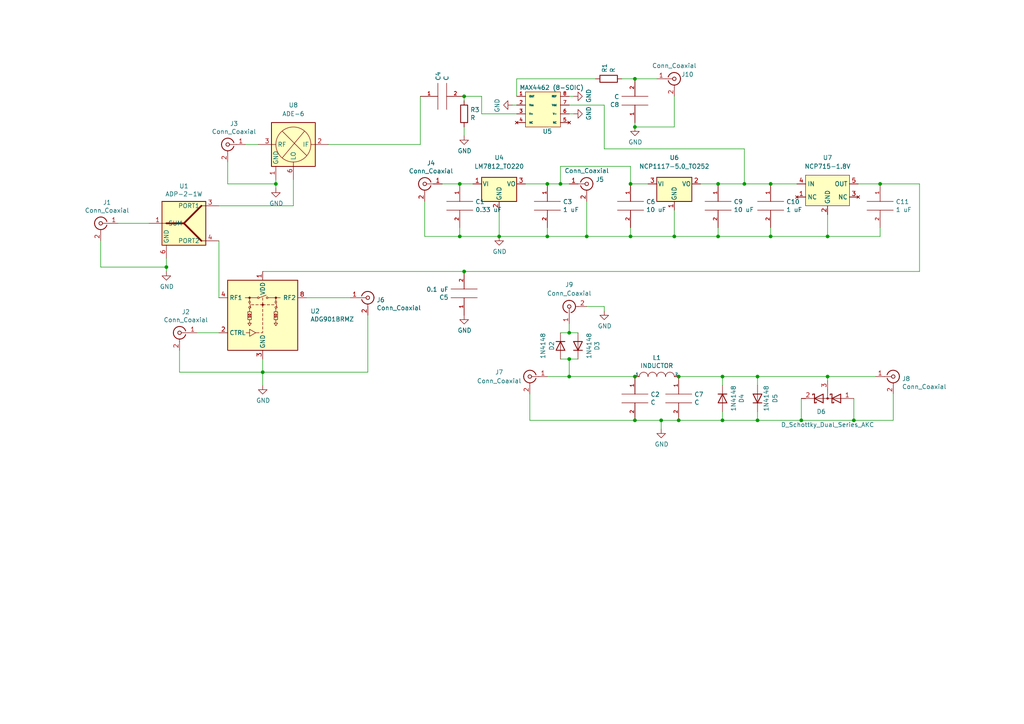
<source format=kicad_sch>
(kicad_sch (version 20211123) (generator eeschema)
  (paper "A4")
  (lib_symbols
    (symbol "Connector:Conn_Coaxial" (pin_names (offset 1.016) hide)
      (property "Reference" "J" (at 0.254 3.048 0))
      (property "Value" "Conn_Coaxial" (at 2.921 0 90))
      (symbol "Conn_Coaxial_0_1"
        (arc (start -1.778 -0.508) (mid 0.222 -1.808) (end 1.778 0) (stroke (width 0.254)))
        (polyline (pts (xy -2.54 0) (xy -0.508 0)))
        (polyline (pts (xy 0 -2.54) (xy 0 -1.778)))
        (circle (center 0 0) (radius 0.508) (stroke (width 0.2032)))
        (arc (start 1.778 0) (mid 0.222 1.8083) (end -1.778 0.508) (stroke (width 0.254)))
      )
      (symbol "Conn_Coaxial_1_1"
        (pin passive line (at -5.08 0 0) (length 2.54) (name "In") (number "1"))
        (pin passive line (at 0 -5.08 90) (length 2.54) (name "Ext") (number "2"))
      )
    )
    (symbol "Device:D_Schottky_Dual_Series_AKC" (pin_names (offset 0.762) hide)
      (property "Reference" "D" (at 1.27 -2.54 0))
      (property "Value" "D_Schottky_Dual_Series_AKC" (at 0 2.54 0))
      (symbol "D_Schottky_Dual_Series_AKC_0_1"
        (polyline (pts (xy -3.81 0) (xy 3.81 0)))
        (polyline (pts (xy 0 0) (xy 0 -2.54)))
        (polyline (pts (xy 6.35 0) (xy 7.62 0)))
        (polyline (pts (xy -1.27 -1.27) (xy -1.27 1.27) (xy -1.27 1.27)) (stroke (width 0.254)))
        (polyline (pts (xy 3.81 1.27) (xy 3.81 -1.27) (xy 3.81 -1.27)) (stroke (width 0.254)))
        (polyline (pts (xy -1.27 -1.27) (xy -0.762 -1.27) (xy -0.762 -1.016) (xy -0.762 -1.016)) (stroke (width 0.254)))
        (polyline (pts (xy 3.81 -1.27) (xy 4.318 -1.27) (xy 4.318 -1.016) (xy 4.318 -1.016)) (stroke (width 0.254)))
        (polyline (pts (xy 3.81 1.27) (xy 3.302 1.27) (xy 3.302 1.016) (xy 3.302 1.016)) (stroke (width 0.254)))
        (polyline (pts (xy -1.778 1.016) (xy -1.778 1.27) (xy -1.27 1.27) (xy -1.27 1.27) (xy -1.27 1.27)) (stroke (width 0.254)))
        (polyline (pts (xy -3.81 1.27) (xy -1.27 0) (xy -3.81 -1.27) (xy -3.81 1.27) (xy -3.81 1.27) (xy -3.81 1.27)) (stroke (width 0.254)))
        (polyline (pts (xy 1.27 1.27) (xy 3.81 0) (xy 1.27 -1.27) (xy 1.27 1.27) (xy 1.27 1.27) (xy 1.27 1.27)) (stroke (width 0.254)))
        (circle (center 0 0) (radius 0.254) (fill (type outline)))
        (pin passive line (at -7.62 0 0) (length 3.81) (name "A") (number "1"))
        (pin passive line (at 7.62 0 180) (length 3.81) (name "K") (number "2"))
        (pin passive line (at 0 -5.08 90) (length 2.54) (name "common") (number "3"))
      )
    )
    (symbol "Device:R" (pin_numbers hide) (pin_names (offset 0))
      (property "Reference" "R" (at 2.032 0 90))
      (property "Value" "R" (at 0 0 90))
      (symbol "R_0_1"
        (rectangle (start -1.016 -2.54) (end 1.016 2.54) (stroke (width 0.254)))
      )
      (symbol "R_1_1"
        (pin passive line (at 0 3.81 270) (length 1.27) (name "~") (number "1"))
        (pin passive line (at 0 -3.81 90) (length 1.27) (name "~") (number "2"))
      )
    )
    (symbol "Diode:1N4148" (pin_numbers hide) (pin_names (offset 1.016) hide)
      (property "Reference" "D" (at 0 2.54 0))
      (property "Value" "1N4148" (at 0 -2.54 0))
      (symbol "1N4148_0_1"
        (polyline (pts (xy -1.27 1.27) (xy -1.27 -1.27)) (stroke (width 0.254)))
        (polyline (pts (xy 1.27 0) (xy -1.27 0)))
        (polyline (pts (xy 1.27 1.27) (xy 1.27 -1.27) (xy -1.27 0) (xy 1.27 1.27)) (stroke (width 0.254)))
      )
      (symbol "1N4148_1_1"
        (pin passive line (at -3.81 0 0) (length 2.54) (name "K") (number "1"))
        (pin passive line (at 3.81 0 180) (length 2.54) (name "A") (number "2"))
      )
    )
    (symbol "MAX4462 Amplifier:MAX4462 (8-SOIC)" (pin_names (offset 1.016))
      (property "Reference" "U" (at 0 -6.35 0))
      (property "Value" "MAX4462 (8-SOIC)" (at 0 7.62 0))
      (symbol "MAX4462 (8-SOIC)_0_1"
        (rectangle (start -5.08 5.08) (end 5.08 -5.08) (fill (type background)))
      )
      (symbol "MAX4462 (8-SOIC)_1_1"
        (pin input line (at -7.62 3.81 0) (length 2.54) (name "OUT") (number "1"))
        (pin power_in line (at -7.62 1.27 0) (length 2.54) (name "Vss") (number "2"))
        (pin input line (at -7.62 -1.27 0) (length 2.54) (name "V+") (number "3"))
        (pin no_connect line (at -7.62 -3.81 0) (length 2.54) (name "NC") (number "4"))
        (pin no_connect line (at 7.62 -3.81 180) (length 2.54) (name "NC") (number "5"))
        (pin input line (at 7.62 -1.27 180) (length 2.54) (name "V-") (number "6"))
        (pin power_in line (at 7.62 1.27 180) (length 2.54) (name "Vdd") (number "7"))
        (pin input line (at 7.62 3.81 180) (length 2.54) (name "REF") (number "8"))
      )
    )
    (symbol "NCP715:NCP715-1.8V"
      (property "Reference" "U" (at -5.08 -6.35 0))
      (property "Value" "NCP715-1.8V" (at 0 7.62 0))
      (symbol "NCP715-1.8V_0_1"
        (rectangle (start -6.35 5.08) (end 6.35 -3.81) (fill (type background)))
      )
      (symbol "NCP715-1.8V_1_1"
        (pin no_connect line (at -8.89 -1.27 0) (length 2.54) (name "NC") (number "1"))
        (pin power_in line (at 0 -6.35 90) (length 2.54) (name "GND") (number "2"))
        (pin no_connect line (at 8.89 -1.27 180) (length 2.54) (name "NC") (number "3"))
        (pin power_in line (at -8.89 2.54 0) (length 2.54) (name "IN") (number "4"))
        (pin power_out line (at 8.89 2.54 180) (length 2.54) (name "OUT") (number "5"))
      )
    )
    (symbol "RF:ADP-2-1W"
      (property "Reference" "U" (at -6.35 7.62 0))
      (property "Value" "ADP-2-1W" (at 6.35 7.62 0))
      (symbol "ADP-2-1W_0_1"
        (rectangle (start -6.35 6.35) (end 6.35 -6.35) (stroke (width 0.254)) (fill (type background)))
        (polyline (pts (xy 0 0) (xy 5.08 -5.08)) (stroke (width 0.508)))
        (polyline (pts (xy -5.08 0) (xy 0 0) (xy 5.08 5.08)) (stroke (width 0.508)))
      )
      (symbol "ADP-2-1W_1_1"
        (pin passive line (at -10.16 0 0) (length 5.08) (name "SUM") (number "1"))
        (pin no_connect line (at 5.08 2.54 180) (length 5.08) hide (name "NC") (number "2"))
        (pin passive line (at 10.16 5.08 180) (length 5.08) (name "PORT1") (number "3"))
        (pin passive line (at 10.16 -5.08 180) (length 5.08) (name "PORT2") (number "4"))
        (pin no_connect line (at 5.08 -2.54 180) (length 5.08) hide (name "NC") (number "5"))
        (pin passive line (at -5.08 -10.16 90) (length 3.81) (name "GND") (number "6"))
      )
    )
    (symbol "RF_Mixer:ADE-6"
      (property "Reference" "U" (at -6.35 7.62 0))
      (property "Value" "ADE-6" (at 6.35 7.62 0))
      (symbol "ADE-6_0_1"
        (rectangle (start -6.35 6.35) (end 6.35 -6.35) (stroke (width 0.254)) (fill (type background)))
        (polyline (pts (xy -3.175 -3.81) (xy 3.175 3.81)))
        (polyline (pts (xy 3.81 -3.175) (xy -3.175 3.81)))
        (circle (center 0 0) (radius 5.08))
      )
      (symbol "ADE-6_1_1"
        (pin power_in line (at -5.08 -10.16 90) (length 3.81) (name "GND") (number "1"))
        (pin output line (at 10.16 0 180) (length 5.08) (name "IF") (number "2"))
        (pin input line (at -10.16 0 0) (length 5.08) (name "RF") (number "3"))
        (pin passive line (at -5.08 -10.16 90) (length 3.81) hide (name "GND") (number "4"))
        (pin passive line (at -5.08 -10.16 90) (length 3.81) hide (name "GND") (number "5"))
        (pin input line (at 0 -10.16 90) (length 5.08) (name "LO") (number "6"))
      )
    )
    (symbol "RF_Switch:ADG901BRMZ"
      (property "Reference" "U" (at -10.16 11.43 0))
      (property "Value" "ADG901BRMZ" (at 1.27 11.43 0))
      (symbol "ADG901BRMZ_0_0"
        (rectangle (start -10.16 10.16) (end 10.16 -10.16) (stroke (width 0.254)) (fill (type background)))
        (polyline (pts (xy -4.826 -5.08) (xy -3.81 -5.08)))
        (polyline (pts (xy -2.54 3.048) (xy -3.302 3.048)))
        (polyline (pts (xy -2.032 3.048) (xy -1.27 3.048)))
        (polyline (pts (xy -1.016 -5.08) (xy -2.032 -5.08)))
        (polyline (pts (xy 0 -3.302) (xy 0 -4.064)))
        (polyline (pts (xy 0 -2.032) (xy 0 -2.794)))
        (polyline (pts (xy 0 -0.762) (xy 0 -1.524)))
        (polyline (pts (xy 0 0.508) (xy 0 -0.254)))
        (polyline (pts (xy 0 1.778) (xy 0 1.016)))
        (polyline (pts (xy 0 3.048) (xy -0.762 3.048)))
        (polyline (pts (xy 0 3.048) (xy 0 2.286)))
        (polyline (pts (xy 0 3.048) (xy 0 3.81)))
        (polyline (pts (xy 0 3.048) (xy 0.762 3.048)))
        (polyline (pts (xy 0 4.318) (xy 0 5.08)))
        (polyline (pts (xy 1.27 3.048) (xy 2.032 3.048)))
        (polyline (pts (xy 2.54 3.048) (xy 3.302 3.048)))
        (polyline (pts (xy 0 -4.572) (xy 0 -5.08) (xy -0.508 -5.08)))
        (polyline (pts (xy -3.81 -4.064) (xy -3.81 -6.096) (xy -2.032 -5.08) (xy -3.81 -4.064)))
        (circle (center 0 3.048) (radius 0.254) (fill (type outline)))
        (text "50" (at -3.81 -0.127 900) (effects (font (size 0.635 0.635))))
        (text "50" (at 3.81 -0.127 900) (effects (font (size 0.635 0.635))))
      )
      (symbol "ADG901BRMZ_0_1"
        (rectangle (start -4.318 1.016) (end -3.302 -1.27))
        (circle (center -3.81 2.286) (radius 0.254))
        (circle (center -3.81 3.81) (radius 0.254))
        (circle (center -3.81 5.08) (radius 0.254) (fill (type outline)))
        (circle (center -1.27 5.08) (radius 0.254))
        (polyline (pts (xy -5.08 5.08) (xy -1.524 5.08)))
        (polyline (pts (xy -3.81 2.032) (xy -3.81 1.016)))
        (polyline (pts (xy -3.81 3.556) (xy -3.429 2.159)))
        (polyline (pts (xy -3.81 5.08) (xy -3.81 4.064)))
        (polyline (pts (xy -1.016 5.08) (xy 1.016 5.842)))
        (polyline (pts (xy 1.524 5.08) (xy 5.08 5.08)))
        (polyline (pts (xy 3.81 2.032) (xy 3.81 1.016)))
        (polyline (pts (xy 3.81 3.556) (xy 4.191 2.159)))
        (polyline (pts (xy 3.81 5.08) (xy 3.81 4.064)))
        (polyline (pts (xy -3.81 -1.27) (xy -3.81 -2.286) (xy -4.318 -2.286) (xy -3.81 -3.048) (xy -3.302 -2.286) (xy -3.81 -2.286)))
        (polyline (pts (xy 3.81 -1.27) (xy 3.81 -2.286) (xy 3.302 -2.286) (xy 3.81 -3.048) (xy 4.318 -2.286) (xy 3.81 -2.286)))
        (circle (center 1.27 5.08) (radius 0.254))
        (rectangle (start 3.302 1.016) (end 4.318 -1.27))
        (circle (center 3.81 2.286) (radius 0.254))
        (circle (center 3.81 3.81) (radius 0.254))
        (circle (center 3.81 5.08) (radius 0.254) (fill (type outline)))
      )
      (symbol "ADG901BRMZ_1_1"
        (pin power_in line (at 0 12.7 270) (length 2.54) (name "VDD") (number "1"))
        (pin input line (at -12.7 -5.08 0) (length 2.54) (name "CTRL") (number "2"))
        (pin power_in line (at 0 -12.7 90) (length 2.54) (name "GND") (number "3"))
        (pin passive line (at -12.7 5.08 0) (length 2.54) (name "RF1") (number "4"))
        (pin passive line (at 0 -12.7 90) (length 2.54) hide (name "GND") (number "5"))
        (pin passive line (at 0 -12.7 90) (length 2.54) hide (name "GND") (number "6"))
        (pin passive line (at 0 -12.7 90) (length 2.54) hide (name "GND") (number "7"))
        (pin passive line (at 12.7 5.08 180) (length 2.54) (name "RF2") (number "8"))
      )
    )
    (symbol "Regulator_Linear:LM7812_TO220" (pin_names (offset 0.254))
      (property "Reference" "U" (at -3.81 3.175 0))
      (property "Value" "LM7812_TO220" (at 0 3.175 0))
      (symbol "LM7812_TO220_0_1"
        (rectangle (start -5.08 1.905) (end 5.08 -5.08) (stroke (width 0.254)) (fill (type background)))
      )
      (symbol "LM7812_TO220_1_1"
        (pin power_in line (at -7.62 0 0) (length 2.54) (name "VI") (number "1"))
        (pin power_in line (at 0 -7.62 90) (length 2.54) (name "GND") (number "2"))
        (pin power_out line (at 7.62 0 180) (length 2.54) (name "VO") (number "3"))
      )
    )
    (symbol "Regulator_Linear:NCP1117-5.0_TO252" (pin_names (offset 0.254))
      (property "Reference" "U" (at -3.81 3.175 0))
      (property "Value" "NCP1117-5.0_TO252" (at 0 3.175 0))
      (symbol "NCP1117-5.0_TO252_0_1"
        (rectangle (start -5.08 1.905) (end 5.08 -5.08) (stroke (width 0.254)) (fill (type background)))
      )
      (symbol "NCP1117-5.0_TO252_1_1"
        (pin power_in line (at 0 -7.62 90) (length 2.54) (name "GND") (number "1"))
        (pin power_out line (at 7.62 0 180) (length 2.54) (name "VO") (number "2"))
        (pin power_in line (at -7.62 0 0) (length 2.54) (name "VI") (number "3"))
      )
    )
    (symbol "power:GND" (power) (pin_names (offset 0))
      (property "Value" "GND" (at 0 -3.81 0))
      (symbol "GND_0_1"
        (polyline (pts (xy 0 0) (xy 0 -1.27) (xy 1.27 -1.27) (xy 0 -2.54) (xy -1.27 -1.27) (xy 0 -1.27)))
      )
      (symbol "GND_1_1"
        (pin power_in line (at 0 0 270) (length 0) hide (name "GND") (number "1"))
      )
    )
    (symbol "pspice:C" (pin_names (offset 0.254))
      (property "Reference" "C" (at 2.54 3.81 90))
      (property "Value" "C" (at 2.54 -3.81 90))
      (symbol "C_0_1"
        (polyline (pts (xy -3.81 -1.27) (xy 3.81 -1.27)))
        (polyline (pts (xy -3.81 1.27) (xy 3.81 1.27)))
      )
      (symbol "C_1_1"
        (pin passive line (at 0 6.35 270) (length 5.08) (name "~") (number "1"))
        (pin passive line (at 0 -6.35 90) (length 5.08) (name "~") (number "2"))
      )
    )
    (symbol "pspice:INDUCTOR" (pin_numbers hide) (pin_names (offset 0))
      (property "Reference" "L" (at 0 2.54 0))
      (property "Value" "INDUCTOR" (at 0 -1.27 0))
      (symbol "INDUCTOR_0_1"
        (arc (start -2.54 0) (mid -3.81 1.27) (end -5.08 0))
        (arc (start 0 0) (mid -1.27 1.27) (end -2.54 0))
        (arc (start 2.54 0) (mid 1.27 1.27) (end 0 0))
        (arc (start 5.08 0) (mid 3.81 1.27) (end 2.54 0))
      )
      (symbol "INDUCTOR_1_1"
        (pin input line (at -6.35 0 0) (length 1.27) (name "1") (number "1"))
        (pin input line (at 6.35 0 180) (length 1.27) (name "2") (number "2"))
      )
    )
  )
  (junction (at 170.18 68.58))
  (junction (at 133.35 68.58))
  (junction (at 165.1 96.52))
  (junction (at 182.88 68.58))
  (junction (at 165.1 104.14))
  (junction (at 232.41 121.92))
  (junction (at 158.75 68.58))
  (junction (at 184.15 109.22))
  (junction (at 209.55 121.92))
  (junction (at 219.71 109.22))
  (junction (at 191.77 121.92))
  (junction (at 223.52 53.34))
  (junction (at 158.75 53.34))
  (junction (at 162.56 53.34))
  (junction (at 208.28 68.58))
  (junction (at 215.9 53.34))
  (junction (at 196.85 109.22))
  (junction (at 144.78 68.58))
  (junction (at 184.15 121.92))
  (junction (at 240.03 68.58))
  (junction (at 208.28 53.34))
  (junction (at 182.88 53.34))
  (junction (at 134.62 78.74))
  (junction (at 223.52 68.58))
  (junction (at 196.85 121.92))
  (junction (at 134.62 27.94))
  (junction (at 80.01 53.34))
  (junction (at 240.03 109.22))
  (junction (at 255.27 53.34))
  (junction (at 165.1 109.22))
  (junction (at 76.2 107.95))
  (junction (at 219.71 121.92))
  (junction (at 195.58 68.58))
  (junction (at 184.15 22.86))
  (junction (at 48.26 77.47))
  (junction (at 133.35 53.34))
  (junction (at 247.65 121.92))
  (junction (at 184.15 36.83))
  (junction (at 209.55 109.22))
  (wire (pts (xy 175.26 43.18) (xy 215.9 43.18)))
  (wire (pts (xy 191.77 121.92) (xy 184.15 121.92)))
  (wire (pts (xy 175.26 30.48) (xy 175.26 43.18)))
  (wire (pts (xy 52.07 101.6) (xy 52.07 107.95)))
  (wire (pts (xy 66.04 53.34) (xy 80.01 53.34)))
  (wire (pts (xy 95.25 41.91) (xy 121.92 41.91)))
  (wire (pts (xy 182.88 48.26) (xy 182.88 53.34)))
  (wire (pts (xy 134.62 36.83) (xy 134.62 39.37)))
  (wire (pts (xy 29.21 69.85) (xy 29.21 77.47)))
  (wire (pts (xy 165.1 104.14) (xy 167.64 104.14)))
  (wire (pts (xy 133.35 66.04) (xy 133.35 68.58)))
  (wire (pts (xy 182.88 53.34) (xy 187.96 53.34)))
  (wire (pts (xy 182.88 68.58) (xy 195.58 68.58)))
  (wire (pts (xy 29.21 77.47) (xy 48.26 77.47)))
  (wire (pts (xy 195.58 36.83) (xy 184.15 36.83)))
  (wire (pts (xy 172.72 22.86) (xy 149.86 22.86)))
  (wire (pts (xy 134.62 27.94) (xy 134.62 29.21)))
  (wire (pts (xy 80.01 53.34) (xy 80.01 54.61)))
  (wire (pts (xy 254 109.22) (xy 240.03 109.22)))
  (wire (pts (xy 139.7 27.94) (xy 134.62 27.94)))
  (wire (pts (xy 223.52 53.34) (xy 231.14 53.34)))
  (wire (pts (xy 158.75 68.58) (xy 144.78 68.58)))
  (wire (pts (xy 167.64 96.52) (xy 165.1 96.52)))
  (wire (pts (xy 203.2 53.34) (xy 208.28 53.34)))
  (wire (pts (xy 165.1 33.02) (xy 166.37 33.02)))
  (wire (pts (xy 34.29 64.77) (xy 43.18 64.77)))
  (wire (pts (xy 162.56 53.34) (xy 165.1 53.34)))
  (wire (pts (xy 134.62 78.74) (xy 266.7 78.74)))
  (wire (pts (xy 165.1 109.22) (xy 184.15 109.22)))
  (wire (pts (xy 76.2 104.14) (xy 76.2 107.95)))
  (wire (pts (xy 208.28 66.04) (xy 208.28 68.58)))
  (wire (pts (xy 165.1 27.94) (xy 166.37 27.94)))
  (wire (pts (xy 165.1 104.14) (xy 165.1 109.22)))
  (wire (pts (xy 162.56 96.52) (xy 165.1 96.52)))
  (wire (pts (xy 88.9 86.36) (xy 101.6 86.36)))
  (wire (pts (xy 240.03 62.23) (xy 240.03 68.58)))
  (wire (pts (xy 208.28 53.34) (xy 215.9 53.34)))
  (wire (pts (xy 48.26 77.47) (xy 48.26 78.74)))
  (wire (pts (xy 184.15 22.86) (xy 190.5 22.86)))
  (wire (pts (xy 208.28 68.58) (xy 223.52 68.58)))
  (wire (pts (xy 121.92 41.91) (xy 121.92 27.94)))
  (wire (pts (xy 191.77 124.46) (xy 191.77 121.92)))
  (wire (pts (xy 209.55 119.38) (xy 209.55 121.92)))
  (wire (pts (xy 219.71 109.22) (xy 240.03 109.22)))
  (wire (pts (xy 165.1 96.52) (xy 165.1 93.98)))
  (wire (pts (xy 266.7 78.74) (xy 266.7 53.34)))
  (wire (pts (xy 149.86 22.86) (xy 149.86 27.94)))
  (wire (pts (xy 63.5 59.69) (xy 85.09 59.69)))
  (wire (pts (xy 85.09 59.69) (xy 85.09 52.07)))
  (wire (pts (xy 123.19 58.42) (xy 123.19 68.58)))
  (wire (pts (xy 259.08 121.92) (xy 247.65 121.92)))
  (wire (pts (xy 57.15 96.52) (xy 63.5 96.52)))
  (wire (pts (xy 134.62 78.74) (xy 76.2 78.74)))
  (wire (pts (xy 219.71 109.22) (xy 219.71 111.76)))
  (wire (pts (xy 170.18 68.58) (xy 182.88 68.58)))
  (wire (pts (xy 259.08 114.3) (xy 259.08 121.92)))
  (wire (pts (xy 158.75 109.22) (xy 165.1 109.22)))
  (wire (pts (xy 162.56 53.34) (xy 162.56 48.26)))
  (wire (pts (xy 196.85 121.92) (xy 209.55 121.92)))
  (wire (pts (xy 191.77 121.92) (xy 196.85 121.92)))
  (wire (pts (xy 128.27 53.34) (xy 133.35 53.34)))
  (wire (pts (xy 133.35 53.34) (xy 137.16 53.34)))
  (wire (pts (xy 209.55 109.22) (xy 209.55 111.76)))
  (wire (pts (xy 106.68 107.95) (xy 76.2 107.95)))
  (wire (pts (xy 247.65 115.57) (xy 247.65 121.92)))
  (wire (pts (xy 152.4 53.34) (xy 158.75 53.34)))
  (wire (pts (xy 209.55 109.22) (xy 219.71 109.22)))
  (wire (pts (xy 48.26 74.93) (xy 48.26 77.47)))
  (wire (pts (xy 71.12 41.91) (xy 74.93 41.91)))
  (wire (pts (xy 223.52 66.04) (xy 223.52 68.58)))
  (wire (pts (xy 196.85 109.22) (xy 209.55 109.22)))
  (wire (pts (xy 195.58 68.58) (xy 208.28 68.58)))
  (wire (pts (xy 158.75 66.04) (xy 158.75 68.58)))
  (wire (pts (xy 170.18 58.42) (xy 170.18 68.58)))
  (wire (pts (xy 180.34 22.86) (xy 184.15 22.86)))
  (wire (pts (xy 52.07 107.95) (xy 76.2 107.95)))
  (wire (pts (xy 209.55 121.92) (xy 219.71 121.92)))
  (wire (pts (xy 144.78 60.96) (xy 144.78 68.58)))
  (wire (pts (xy 182.88 68.58) (xy 182.88 66.04)))
  (wire (pts (xy 266.7 53.34) (xy 255.27 53.34)))
  (wire (pts (xy 66.04 46.99) (xy 66.04 53.34)))
  (wire (pts (xy 219.71 119.38) (xy 219.71 121.92)))
  (wire (pts (xy 247.65 121.92) (xy 232.41 121.92)))
  (wire (pts (xy 162.56 48.26) (xy 182.88 48.26)))
  (wire (pts (xy 170.18 68.58) (xy 158.75 68.58)))
  (wire (pts (xy 139.7 33.02) (xy 139.7 27.94)))
  (wire (pts (xy 148.59 30.48) (xy 149.86 30.48)))
  (wire (pts (xy 255.27 68.58) (xy 255.27 66.04)))
  (wire (pts (xy 158.75 53.34) (xy 162.56 53.34)))
  (wire (pts (xy 175.26 90.17) (xy 175.26 88.9)))
  (wire (pts (xy 195.58 60.96) (xy 195.58 68.58)))
  (wire (pts (xy 195.58 27.94) (xy 195.58 36.83)))
  (wire (pts (xy 232.41 115.57) (xy 232.41 121.92)))
  (wire (pts (xy 133.35 68.58) (xy 123.19 68.58)))
  (wire (pts (xy 153.67 121.92) (xy 184.15 121.92)))
  (wire (pts (xy 240.03 68.58) (xy 255.27 68.58)))
  (wire (pts (xy 63.5 69.85) (xy 63.5 86.36)))
  (wire (pts (xy 76.2 107.95) (xy 76.2 111.76)))
  (wire (pts (xy 153.67 114.3) (xy 153.67 121.92)))
  (wire (pts (xy 215.9 53.34) (xy 223.52 53.34)))
  (wire (pts (xy 144.78 68.58) (xy 133.35 68.58)))
  (wire (pts (xy 184.15 35.56) (xy 184.15 36.83)))
  (wire (pts (xy 175.26 88.9) (xy 170.18 88.9)))
  (wire (pts (xy 240.03 109.22) (xy 240.03 110.49)))
  (wire (pts (xy 248.92 53.34) (xy 255.27 53.34)))
  (wire (pts (xy 80.01 52.07) (xy 80.01 53.34)))
  (wire (pts (xy 215.9 43.18) (xy 215.9 53.34)))
  (wire (pts (xy 165.1 30.48) (xy 175.26 30.48)))
  (wire (pts (xy 106.68 91.44) (xy 106.68 107.95)))
  (wire (pts (xy 219.71 121.92) (xy 232.41 121.92)))
  (wire (pts (xy 223.52 68.58) (xy 240.03 68.58)))
  (wire (pts (xy 165.1 104.14) (xy 162.56 104.14)))
  (wire (pts (xy 149.86 33.02) (xy 139.7 33.02)))
  (symbol (lib_id "RF:ADP-2-1W") (at 53.34 64.77 0) (unit 1)
    (property "Reference" "U1" (at 53.34 53.975 0))
    (property "Value" "ADP-2-1W" (at 53.34 56.2864 0))
    (property "Footprint" "RF_Mini-Circuits:Mini-Circuits_CD636_LandPatternPL-035" (effects hide))
    (property "Datasheet" "https://www.minicircuits.com/pdfs/ADP-2-1W.pdf" (effects hide))
  )
  (symbol (lib_id "RF_Switch:ADG901BRMZ") (at 76.2 91.44 0) (unit 1)
    (property "Reference" "U2" (at 90.0176 90.2716 0) (effects (justify left)))
    (property "Value" "ADG901BRMZ" (at 90.0176 92.583 0) (effects (justify left)))
    (property "Footprint" "Package_SO:MSOP-8_3x3mm_P0.65mm" (effects hide))
    (property "Datasheet" "https://www.analog.com/media/en/technical-documentation/data-sheets/ADG901_902.pdf" (effects hide))
  )
  (symbol (lib_id "pspice:INDUCTOR") (at 190.5 109.22 0) (unit 1)
    (property "Reference" "L1" (at 190.5 103.759 0))
    (property "Value" "INDUCTOR" (at 190.5 106.0704 0))
    (property "Footprint" "Inductor_THT:L_Axial_L5.3mm_D2.2mm_P7.62mm_Horizontal_Vishay_IM-1" (effects hide))
  )
  (symbol (lib_id "pspice:C") (at 184.15 115.57 0) (unit 1)
    (property "Reference" "C2" (at 188.6712 114.4016 0) (effects (justify left)))
    (property "Value" "C" (at 188.6712 116.713 0) (effects (justify left)))
    (property "Footprint" "Capacitor_SMD:C_1206_3216Metric" (effects hide))
  )
  (symbol (lib_id "Connector:Conn_Coaxial") (at 29.21 64.77 0) (mirror y) (unit 1)
    (property "Reference" "J1" (at 31.0388 58.7248 0))
    (property "Value" "Conn_Coaxial" (at 31.0388 61.0362 0))
    (property "Footprint" "Connector_Coaxial:SMA_Amphenol_132203-12_Horizontal" (effects hide))
    (property "Datasheet" " ~" (effects hide))
  )
  (symbol (lib_id "power:GND") (at 76.2 111.76 0) (unit 1)
    (property "Reference" "#PWR02" (effects hide))
    (property "Value" "GND" (at 76.327 116.1542 0))
  )
  (symbol (lib_id "power:GND") (at 48.26 78.74 0) (unit 1)
    (property "Reference" "#PWR01" (effects hide))
    (property "Value" "GND" (at 48.387 83.1342 0))
  )
  (symbol (lib_id "Connector:Conn_Coaxial") (at 52.07 96.52 0) (mirror y) (unit 1)
    (property "Reference" "J2" (at 53.8988 90.4748 0))
    (property "Value" "Conn_Coaxial" (at 53.8988 92.7862 0))
    (property "Footprint" "Connector_Coaxial:SMA_Amphenol_132203-12_Horizontal" (effects hide))
    (property "Datasheet" " ~" (effects hide))
  )
  (symbol (lib_id "power:GND") (at 80.01 54.61 0) (unit 1)
    (property "Reference" "#PWR03" (effects hide))
    (property "Value" "GND" (at 80.137 59.0042 0))
  )
  (symbol (lib_id "Connector:Conn_Coaxial") (at 66.04 41.91 0) (mirror y) (unit 1)
    (property "Reference" "J3" (at 67.8688 35.8648 0))
    (property "Value" "Conn_Coaxial" (at 67.8688 38.1762 0))
    (property "Footprint" "Connector_Coaxial:SMA_Amphenol_132203-12_Horizontal" (effects hide))
    (property "Datasheet" " ~" (effects hide))
  )
  (symbol (lib_id "Connector:Conn_Coaxial") (at 106.68 86.36 0) (unit 1)
    (property "Reference" "J6" (at 109.22 86.995 0) (effects (justify left)))
    (property "Value" "Conn_Coaxial" (at 109.22 89.3064 0) (effects (justify left)))
    (property "Footprint" "Connector_Coaxial:SMA_Amphenol_132203-12_Horizontal" (effects hide))
    (property "Datasheet" " ~" (effects hide))
  )
  (symbol (lib_id "power:GND") (at 191.77 124.46 0) (unit 1)
    (property "Reference" "#PWR06" (effects hide))
    (property "Value" "GND" (at 191.897 128.8542 0))
  )
  (symbol (lib_id "Connector:Conn_Coaxial") (at 259.08 109.22 0) (unit 1)
    (property "Reference" "J8" (at 261.62 109.855 0) (effects (justify left)))
    (property "Value" "Conn_Coaxial" (at 261.62 112.1664 0) (effects (justify left)))
    (property "Footprint" "Connector_Coaxial:SMA_Amphenol_132203-12_Horizontal" (effects hide))
    (property "Datasheet" " ~" (effects hide))
  )
  (symbol (lib_id "pspice:C") (at 134.62 85.09 180) (unit 1)
    (property "Reference" "C5" (at 130.0988 86.2584 0) (effects (justify left)))
    (property "Value" "0.1 uF" (at 130.0988 83.947 0) (effects (justify left)))
    (property "Footprint" "Capacitor_SMD:C_1206_3216Metric" (effects hide))
  )
  (symbol (lib_id "Connector:Conn_Coaxial") (at 165.1 88.9 90) (unit 1)
    (property "Reference" "J9" (at 165.1 82.55 90))
    (property "Value" "Conn_Coaxial" (at 165.1 85.09 90))
    (property "Footprint" "Connector_Coaxial:SMA_Amphenol_132203-12_Horizontal" (effects hide))
    (property "Datasheet" " ~" (effects hide))
  )
  (symbol (lib_id "pspice:C") (at 196.85 115.57 0) (unit 1)
    (property "Reference" "C7" (at 201.3712 114.4016 0) (effects (justify left)))
    (property "Value" "C" (at 201.3712 116.713 0) (effects (justify left)))
    (property "Footprint" "Capacitor_SMD:C_1206_3216Metric" (effects hide))
  )
  (symbol (lib_id "Diode:1N4148") (at 162.56 100.33 270) (unit 1)
    (property "Reference" "D2" (at 160.02 100.33 0))
    (property "Value" "1N4148" (at 157.48 100.33 0))
    (property "Footprint" "Diode_THT:D_DO-35_SOD27_P7.62mm_Horizontal" (effects hide))
    (property "Datasheet" "https://assets.nexperia.com/documents/data-sheet/1N4148_1N4448.pdf" (effects hide))
  )
  (symbol (lib_id "Diode:1N4148") (at 167.64 100.33 90) (unit 1)
    (property "Reference" "D3" (at 173.1518 100.33 0))
    (property "Value" "1N4148" (at 170.8404 100.33 0))
    (property "Footprint" "Diode_THT:D_DO-35_SOD27_P7.62mm_Horizontal" (effects hide))
    (property "Datasheet" "https://assets.nexperia.com/documents/data-sheet/1N4148_1N4448.pdf" (effects hide))
  )
  (symbol (lib_id "power:GND") (at 175.26 90.17 0) (unit 1)
    (property "Reference" "#PWR0101" (effects hide))
    (property "Value" "GND" (at 175.387 94.5642 0))
  )
  (symbol (lib_id "Connector:Conn_Coaxial") (at 153.67 109.22 0) (mirror y) (unit 1)
    (property "Reference" "J7" (at 144.78 107.95 0))
    (property "Value" "Conn_Coaxial" (at 144.78 110.49 0))
    (property "Footprint" "Connector_Coaxial:SMA_Amphenol_132291-12_Vertical" (effects hide))
    (property "Datasheet" " ~" (effects hide))
  )
  (symbol (lib_id "Connector:Conn_Coaxial") (at 123.19 53.34 0) (mirror y) (unit 1)
    (property "Reference" "J4" (at 125.0188 47.2948 0))
    (property "Value" "Conn_Coaxial" (at 125.0188 49.6062 0))
    (property "Footprint" "Connector_Coaxial:SMA_Amphenol_132203-12_Horizontal" (effects hide))
    (property "Datasheet" " ~" (effects hide))
  )
  (symbol (lib_id "pspice:C") (at 158.75 59.69 0) (unit 1)
    (property "Reference" "C3" (at 163.2712 58.5216 0) (effects (justify left)))
    (property "Value" "1 uF" (at 163.2712 60.833 0) (effects (justify left)))
    (property "Footprint" "Capacitor_SMD:C_1206_3216Metric" (effects hide))
  )
  (symbol (lib_id "pspice:C") (at 133.35 59.69 0) (unit 1)
    (property "Reference" "C1" (at 137.8712 58.5216 0) (effects (justify left)))
    (property "Value" "0.33 uF" (at 137.8712 60.833 0) (effects (justify left)))
    (property "Footprint" "Capacitor_SMD:C_1206_3216Metric" (effects hide))
  )
  (symbol (lib_id "power:GND") (at 144.78 68.58 0) (unit 1)
    (property "Reference" "#PWR0102" (effects hide))
    (property "Value" "GND" (at 144.907 72.9742 0))
  )
  (symbol (lib_id "power:GND") (at 134.62 91.44 0) (unit 1)
    (property "Reference" "#PWR0103" (effects hide))
    (property "Value" "GND" (at 134.747 95.8342 0))
  )
  (symbol (lib_id "Device:R") (at 134.62 33.02 0) (unit 1)
    (property "Reference" "R3" (at 136.398 31.8516 0) (effects (justify left)))
    (property "Value" "R" (at 136.398 34.163 0) (effects (justify left)))
    (property "Footprint" "Resistor_SMD:R_1206_3216Metric" (effects hide))
  )
  (symbol (lib_id "pspice:C") (at 208.28 59.69 0) (unit 1)
    (property "Reference" "C9" (at 212.8012 58.5216 0) (effects (justify left)))
    (property "Value" "10 uF" (at 212.8012 60.833 0) (effects (justify left)))
    (property "Footprint" "Capacitor_SMD:C_1206_3216Metric" (effects hide))
  )
  (symbol (lib_id "RF_Mixer:ADE-6") (at 85.09 41.91 0) (unit 1)
    (property "Reference" "U8" (at 85.09 30.48 0))
    (property "Value" "ADE-6" (at 85.09 33.02 0))
    (property "Footprint" "RF_Mini-Circuits:Mini-Circuits_CD542_LandPatternPL-052" (effects hide))
    (property "Datasheet" "https://www.minicircuits.com/pdfs/ADE-6.pdf" (effects hide))
  )
  (symbol (lib_id "Device:D_Schottky_Dual_Series_AKC") (at 240.03 115.57 180) (unit 1)
    (property "Reference" "D6" (at 238.1885 119.38 0))
    (property "Value" "D_Schottky_Dual_Series_AKC" (at 240.03 123.19 0))
    (property "Footprint" "Package_TO_SOT_SMD:TSOT-23_HandSoldering" (effects hide))
  )
  (symbol (lib_id "Device:R") (at 176.53 22.86 90) (unit 1)
    (property "Reference" "R1" (at 175.3616 21.082 0) (effects (justify left)))
    (property "Value" "R" (at 177.673 21.082 0) (effects (justify left)))
    (property "Footprint" "Resistor_SMD:R_1206_3216Metric" (effects hide))
  )
  (symbol (lib_id "power:GND") (at 134.62 39.37 0) (unit 1)
    (property "Reference" "#PWR0108" (effects hide))
    (property "Value" "GND" (at 134.747 43.7642 0))
  )
  (symbol (lib_id "Diode:1N4148") (at 219.71 115.57 90) (unit 1)
    (property "Reference" "D5" (at 224.79 115.57 0))
    (property "Value" "1N4148" (at 222.25 115.57 0))
    (property "Footprint" "Diode_THT:D_DO-35_SOD27_P7.62mm_Horizontal" (effects hide))
    (property "Datasheet" "https://assets.nexperia.com/documents/data-sheet/1N4148_1N4448.pdf" (effects hide))
  )
  (symbol (lib_id "pspice:C") (at 255.27 59.69 0) (unit 1)
    (property "Reference" "C11" (at 259.7912 58.5216 0) (effects (justify left)))
    (property "Value" "1 uF" (at 259.7912 60.833 0) (effects (justify left)))
    (property "Footprint" "Capacitor_SMD:C_1206_3216Metric" (effects hide))
  )
  (symbol (lib_id "Connector:Conn_Coaxial") (at 170.18 53.34 0) (unit 1)
    (property "Reference" "J5" (at 173.99 52.07 0))
    (property "Value" "Conn_Coaxial" (at 170.18 49.53 0))
    (property "Footprint" "Connector_Coaxial:SMA_Amphenol_132203-12_Horizontal" (effects hide))
    (property "Datasheet" " ~" (effects hide))
  )
  (symbol (lib_id "pspice:C") (at 184.15 29.21 180) (unit 1)
    (property "Reference" "C8" (at 179.6288 30.3784 0) (effects (justify left)))
    (property "Value" "C" (at 179.6288 28.067 0) (effects (justify left)))
    (property "Footprint" "Capacitor_SMD:C_1206_3216Metric" (effects hide))
  )
  (symbol (lib_id "Diode:1N4148") (at 209.55 115.57 270) (unit 1)
    (property "Reference" "D4" (at 215.0618 115.57 0))
    (property "Value" "1N4148" (at 212.7504 115.57 0))
    (property "Footprint" "Diode_THT:D_DO-35_SOD27_P7.62mm_Horizontal" (effects hide))
    (property "Datasheet" "https://assets.nexperia.com/documents/data-sheet/1N4148_1N4448.pdf" (effects hide))
  )
  (symbol (lib_id "Regulator_Linear:NCP1117-5.0_TO252") (at 195.58 53.34 0) (unit 1)
    (property "Reference" "U6" (at 195.58 45.72 0))
    (property "Value" "NCP1117-5.0_TO252" (at 195.58 48.26 0))
    (property "Footprint" "Package_TO_SOT_SMD:TO-252-2" (effects hide))
    (property "Datasheet" "http://www.onsemi.com/pub_link/Collateral/NCP1117-D.PDF" (effects hide))
  )
  (symbol (lib_id "power:GND") (at 184.15 36.83 0) (unit 1)
    (property "Reference" "#PWR0104" (effects hide))
    (property "Value" "GND" (at 184.277 41.2242 0))
  )
  (symbol (lib_id "Regulator_Linear:LM7812_TO220") (at 144.78 53.34 0) (unit 1)
    (property "Reference" "U4" (at 144.78 45.72 0))
    (property "Value" "LM7812_TO220" (at 144.78 48.26 0))
    (property "Footprint" "Package_TO_SOT_SMD:TO-263-3_TabPin2" (effects hide))
    (property "Datasheet" "https://www.onsemi.cn/PowerSolutions/document/MC7800-D.PDF" (effects hide))
  )
  (symbol (lib_id "power:GND") (at 148.59 30.48 270) (unit 1)
    (property "Reference" "#PWR0107" (effects hide))
    (property "Value" "GND" (at 144.1958 30.607 0))
  )
  (symbol (lib_id "pspice:C") (at 223.52 59.69 0) (unit 1)
    (property "Reference" "C10" (at 228.0412 58.5216 0) (effects (justify left)))
    (property "Value" "1 uF" (at 228.0412 60.833 0) (effects (justify left)))
    (property "Footprint" "Capacitor_SMD:C_1206_3216Metric" (effects hide))
  )
  (symbol (lib_id "pspice:C") (at 128.27 27.94 90) (unit 1)
    (property "Reference" "C4" (at 127.1016 23.4188 0) (effects (justify left)))
    (property "Value" "C" (at 129.413 23.4188 0) (effects (justify left)))
    (property "Footprint" "Capacitor_SMD:C_1206_3216Metric" (effects hide))
  )
  (symbol (lib_id "MAX4462 Amplifier:MAX4462 (8-SOIC)") (at 157.48 31.75 0) (unit 1)
    (property "Reference" "U5" (at 158.75 38.1 0))
    (property "Value" "MAX4462 (8-SOIC)" (at 160.02 25.4 0))
    (property "Footprint" "Package_SO:SOIC-8_3.9x4.9mm_P1.27mm" (effects hide))
  )
  (symbol (lib_id "Connector:Conn_Coaxial") (at 195.58 22.86 0) (unit 1)
    (property "Reference" "J10" (at 199.39 21.59 0))
    (property "Value" "Conn_Coaxial" (at 195.58 19.05 0))
    (property "Footprint" "Connector_Coaxial:SMA_Amphenol_132203-12_Horizontal" (effects hide))
    (property "Datasheet" " ~" (effects hide))
  )
  (symbol (lib_id "NCP715:NCP715-1.8V") (at 240.03 55.88 0) (unit 1)
    (property "Reference" "U7" (at 240.03 45.72 0))
    (property "Value" "NCP715-1.8V" (at 240.03 48.26 0))
    (property "Footprint" "Package_TO_SOT_SMD:SOT-353_SC-70-5" (effects hide))
  )
  (symbol (lib_id "power:GND") (at 166.37 33.02 90) (unit 1)
    (property "Reference" "#PWR0105" (effects hide))
    (property "Value" "GND" (at 170.7642 32.893 0))
  )
  (symbol (lib_id "pspice:C") (at 182.88 59.69 0) (unit 1)
    (property "Reference" "C6" (at 187.4012 58.5216 0) (effects (justify left)))
    (property "Value" "10 uF" (at 187.4012 60.833 0) (effects (justify left)))
    (property "Footprint" "Capacitor_SMD:C_1206_3216Metric" (effects hide))
  )
  (symbol (lib_id "power:GND") (at 166.37 27.94 90) (unit 1)
    (property "Reference" "#PWR0106" (effects hide))
    (property "Value" "GND" (at 170.7642 27.813 0))
  )
)
</source>
